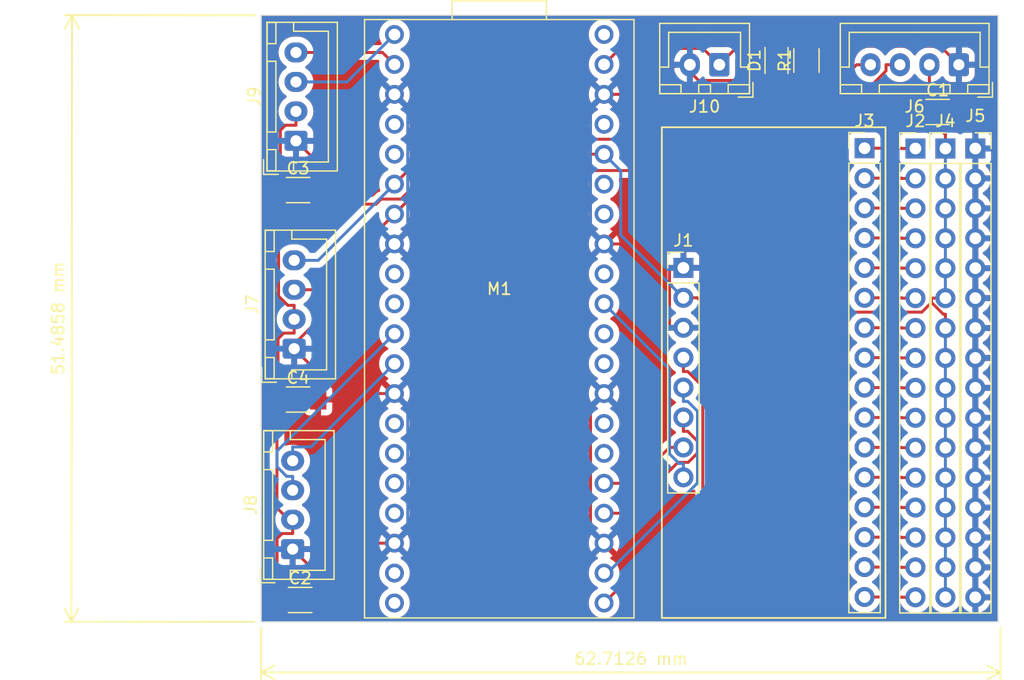
<source format=kicad_pcb>
(kicad_pcb (version 20221018) (generator pcbnew)
  (layers (0 "F.Cu" signal) (31 "B.Cu" signal) (34 "B.Paste" user) (35 "F.Paste" user) (36 "B.SilkS" user "B.Silkscreen") (37 "F.SilkS" user "F.Silkscreen") (38 "B.Mask" user) (39 "F.Mask" user) (44 "Edge.Cuts" user))
  (net 0 "")
  (net 1 "+3.3V")
  (net 2 "GND")
  (net 3 "Net-(D1-K)")
  (net 4 "+5V")
  (net 5 "Net-(J1-Pin_4)")
  (net 6 "Net-(J1-Pin_5)")
  (net 7 "Net-(J1-Pin_6)")
  (net 8 "Net-(J1-Pin_7)")
  (net 9 "Net-(J1-Pin_8)")
  (net 10 "Net-(J2-Pin_1)")
  (net 11 "Net-(J2-Pin_2)")
  (net 12 "Net-(J2-Pin_3)")
  (net 13 "Net-(J2-Pin_4)")
  (net 14 "Net-(J2-Pin_5)")
  (net 15 "Net-(J2-Pin_6)")
  (net 16 "Net-(J2-Pin_7)")
  (net 17 "Net-(J2-Pin_8)")
  (net 18 "Net-(J2-Pin_9)")
  (net 19 "Net-(J2-Pin_10)")
  (net 20 "Net-(J2-Pin_11)")
  (net 21 "Net-(J2-Pin_12)")
  (net 22 "Net-(J2-Pin_13)")
  (net 23 "Net-(J2-Pin_14)")
  (net 24 "Net-(J2-Pin_15)")
  (net 25 "Net-(J2-Pin_16)")
  (net 26 "/SCL")
  (net 27 "/SDA")
  (net 28 "/RF-RxD")
  (net 29 "/RF-TxD")
  (net 30 "/DMX-RxD")
  (net 31 "/DMX-TxD")
  (footprint "fab:C_1206" (layer "F.Cu") (at 636.2428 164.5666)
    (fp_text reference "C1" (at 0 -1.85) (layer "F.SilkS"))
    (fp_text value "100n")
    (pad "1" smd rect (at -1.7 0) (size 1.4 1.7) (layers "F.Cu" "F.Paste" "F.Mask") (net 1 "+3.3V"))
    (pad "2" smd rect (at 1.7 0) (size 1.4 1.7) (layers "F.Cu" "F.Paste" "F.Mask") (net 2 "GND"))
  )
  (footprint "Connector_JST:JST_XH_B4B-XH-A_1x04_P2.50mm_Vertical" (layer "F.Cu") (at 638.048 160.5534 180)
    (fp_text reference "J6" (at 3.75 -3.55) (layer "F.SilkS"))
    (fp_text value "oled")
    (pad "1" thru_hole roundrect (at 0 0 180) (size 1.7 1.95) (drill 0.95) (layers "*.Cu" "*.Mask") (roundrect_rratio 0.147059) (net 2 "GND"))
    (pad "2" thru_hole oval (at 2.5 0 180) (size 1.7 1.95) (drill 0.95) (layers "*.Cu" "*.Mask") (net 1 "+3.3V"))
    (pad "3" thru_hole oval (at 5 0 180) (size 1.7 1.95) (drill 0.95) (layers "*.Cu" "*.Mask") (net 26 "/SCL"))
    (pad "4" thru_hole oval (at 7.5 0 180) (size 1.7 1.95) (drill 0.95) (layers "*.Cu" "*.Mask") (net 27 "/SDA"))
  )
  (footprint "Connector_JST:JST_XH_B4B-XH-A_1x04_P2.50mm_Vertical" (layer "F.Cu") (at 581.533 201.676 90)
    (fp_text reference "J8" (at 3.75 -3.55 90) (layer "F.SilkS"))
    (fp_text value "RF")
    (pad "1" thru_hole roundrect (at 0 0 90) (size 1.7 1.95) (drill 0.95) (layers "*.Cu" "*.Mask") (roundrect_rratio 0.147059) (net 2 "GND"))
    (pad "2" thru_hole oval (at 2.5 0 90) (size 1.7 1.95) (drill 0.95) (layers "*.Cu" "*.Mask") (net 1 "+3.3V"))
    (pad "3" thru_hole oval (at 5 0 90) (size 1.7 1.95) (drill 0.95) (layers "*.Cu" "*.Mask") (net 28 "/RF-RxD"))
    (pad "4" thru_hole oval (at 7.5 0 90) (size 1.7 1.95) (drill 0.95) (layers "*.Cu" "*.Mask") (net 29 "/RF-TxD"))
  )
  (footprint "Connector_JST:JST_XH_B2B-XH-A_1x02_P2.50mm_Vertical" (layer "F.Cu") (at 617.728 160.5534 180)
    (fp_text reference "J10" (at 1.25 -3.55) (layer "F.SilkS"))
    (fp_text value "power")
    (pad "1" thru_hole roundrect (at 0 0 180) (size 1.7 2) (drill 1) (layers "*.Cu" "*.Mask") (roundrect_rratio 0.147059) (net 4 "+5V"))
    (pad "2" thru_hole oval (at 2.5 0 180) (size 1.7 2) (drill 1) (layers "*.Cu" "*.Mask") (net 2 "GND"))
  )
  (footprint "fab:RaspberryPi_PicoW_SocketTHT" (layer "F.Cu") (at 599.059 182.118)
    (fp_text reference "M1" (at 0.0025 -2.54 unlocked) (layer "F.SilkS"))
    (fp_text value "Module_RaspberryPi_PicoW_Combined")
    (pad "1" thru_hole circle (at -8.89 -24.13) (size 1.6 1.6) (drill 1) (layers "*.Cu" "*.Mask") (net 30 "/DMX-RxD"))
    (pad "2" thru_hole circle (at -8.89 -21.59) (size 1.6 1.6) (drill 1) (layers "*.Cu" "*.Mask") (net 31 "/DMX-TxD"))
    (pad "3" thru_hole circle (at -8.89 -19.05) (size 1.6 1.6) (drill 1) (layers "*.Cu" "*.Mask") (net 2 "GND"))
    (pad "4" thru_hole circle (at -8.89 -16.51) (size 1.6 1.6) (drill 1) (layers "*.Cu" "*.Mask"))
    (pad "5" thru_hole circle (at -8.89 -13.97) (size 1.6 1.6) (drill 1) (layers "*.Cu" "*.Mask"))
    (pad "6" thru_hole circle (at -8.89 -11.43) (size 1.6 1.6) (drill 1) (layers "*.Cu" "*.Mask") (net 27 "/SDA"))
    (pad "7" thru_hole circle (at -8.89 -8.89) (size 1.6 1.6) (drill 1) (layers "*.Cu" "*.Mask") (net 26 "/SCL"))
    (pad "8" thru_hole circle (at -8.89 -6.35) (size 1.6 1.6) (drill 1) (layers "*.Cu" "*.Mask") (net 2 "GND"))
    (pad "9" thru_hole circle (at -8.89 -3.81) (size 1.6 1.6) (drill 1) (layers "*.Cu" "*.Mask"))
    (pad "10" thru_hole circle (at -8.89 -1.27) (size 1.6 1.6) (drill 1) (layers "*.Cu" "*.Mask"))
    (pad "11" thru_hole circle (at -8.89 1.27) (size 1.6 1.6) (drill 1) (layers "*.Cu" "*.Mask") (net 28 "/RF-RxD"))
    (pad "12" thru_hole circle (at -8.89 3.81) (size 1.6 1.6) (drill 1) (layers "*.Cu" "*.Mask") (net 29 "/RF-TxD"))
    (pad "13" thru_hole circle (at -8.89 6.35) (size 1.6 1.6) (drill 1) (layers "*.Cu" "*.Mask") (net 2 "GND"))
    (pad "14" thru_hole circle (at -8.89 8.89) (size 1.6 1.6) (drill 1) (layers "*.Cu" "*.Mask"))
    (pad "15" thru_hole circle (at -8.89 11.43) (size 1.6 1.6) (drill 1) (layers "*.Cu" "*.Mask"))
    (pad "16" thru_hole circle (at -8.89 13.97) (size 1.6 1.6) (drill 1) (layers "*.Cu" "*.Mask"))
    (pad "17" thru_hole circle (at -8.89 16.51) (size 1.6 1.6) (drill 1) (layers "*.Cu" "*.Mask"))
    (pad "18" thru_hole circle (at -8.89 19.05) (size 1.6 1.6) (drill 1) (layers "*.Cu" "*.Mask") (net 2 "GND"))
    (pad "19" thru_hole circle (at -8.89 21.59) (size 1.6 1.6) (drill 1) (layers "*.Cu" "*.Mask"))
    (pad "20" thru_hole circle (at -8.89 24.13) (size 1.6 1.6) (drill 1) (layers "*.Cu" "*.Mask"))
    (pad "21" thru_hole circle (at 8.89 24.13) (size 1.6 1.6) (drill 1) (layers "*.Cu" "*.Mask") (net 5 "Net-(J1-Pin_4)"))
    (pad "22" thru_hole circle (at 8.89 21.59) (size 1.6 1.6) (drill 1) (layers "*.Cu" "*.Mask") (net 6 "Net-(J1-Pin_5)"))
    (pad "23" thru_hole circle (at 8.89 19.05) (size 1.6 1.6) (drill 1) (layers "*.Cu" "*.Mask") (net 2 "GND"))
    (pad "24" thru_hole circle (at 8.89 16.51) (size 1.6 1.6) (drill 1) (layers "*.Cu" "*.Mask") (net 7 "Net-(J1-Pin_6)"))
    (pad "25" thru_hole circle (at 8.89 13.97) (size 1.6 1.6) (drill 1) (layers "*.Cu" "*.Mask") (net 8 "Net-(J1-Pin_7)"))
    (pad "26" thru_hole circle (at 8.89 11.43) (size 1.6 1.6) (drill 1) (layers "*.Cu" "*.Mask"))
    (pad "27" thru_hole circle (at 8.89 8.89) (size 1.6 1.6) (drill 1) (layers "*.Cu" "*.Mask"))
    (pad "28" thru_hole circle (at 8.89 6.35) (size 1.6 1.6) (drill 1) (layers "*.Cu" "*.Mask") (net 2 "GND"))
    (pad "29" thru_hole circle (at 8.89 3.81) (size 1.6 1.6) (drill 1) (layers "*.Cu" "*.Mask"))
    (pad "30" thru_hole circle (at 8.89 1.27) (size 1.6 1.6) (drill 1) (layers "*.Cu" "*.Mask"))
    (pad "31" thru_hole circle (at 8.89 -1.27) (size 1.6 1.6) (drill 1) (layers "*.Cu" "*.Mask") (net 9 "Net-(J1-Pin_8)"))
    (pad "32" thru_hole circle (at 8.89 -3.81) (size 1.6 1.6) (drill 1) (layers "*.Cu" "*.Mask"))
    (pad "33" thru_hole circle (at 8.89 -6.35) (size 1.6 1.6) (drill 1) (layers "*.Cu" "*.Mask") (net 2 "GND"))
    (pad "34" thru_hole circle (at 8.89 -8.89) (size 1.6 1.6) (drill 1) (layers "*.Cu" "*.Mask"))
    (pad "35" thru_hole circle (at 8.89 -11.43) (size 1.6 1.6) (drill 1) (layers "*.Cu" "*.Mask"))
    (pad "36" thru_hole circle (at 8.89 -13.97) (size 1.6 1.6) (drill 1) (layers "*.Cu" "*.Mask") (net 1 "+3.3V"))
    (pad "37" thru_hole circle (at 8.89 -16.51) (size 1.6 1.6) (drill 1) (layers "*.Cu" "*.Mask"))
    (pad "38" thru_hole circle (at 8.89 -19.05) (size 1.6 1.6) (drill 1) (layers "*.Cu" "*.Mask") (net 2 "GND"))
    (pad "39" thru_hole circle (at 8.89 -21.59) (size 1.6 1.6) (drill 1) (layers "*.Cu" "*.Mask") (net 4 "+5V"))
    (pad "40" thru_hole circle (at 8.89 -24.13) (size 1.6 1.6) (drill 1) (layers "*.Cu" "*.Mask"))
  )
  (footprint "Connector_PinSocket_2.54mm:PinSocket_1x16_P2.54mm_Vertical" (layer "F.Cu") (at 639.445 167.6654)
    (fp_text reference "J5" (at 0 -2.77) (layer "F.SilkS"))
    (fp_text value "gnd inputs")
    (pad "1" thru_hole rect (at 0 0) (size 1.7 1.7) (drill 1) (layers "*.Cu" "*.Mask") (net 2 "GND"))
    (pad "2" thru_hole oval (at 0 2.54) (size 1.7 1.7) (drill 1) (layers "*.Cu" "*.Mask") (net 2 "GND"))
    (pad "3" thru_hole oval (at 0 5.08) (size 1.7 1.7) (drill 1) (layers "*.Cu" "*.Mask") (net 2 "GND"))
    (pad "4" thru_hole oval (at 0 7.62) (size 1.7 1.7) (drill 1) (layers "*.Cu" "*.Mask") (net 2 "GND"))
    (pad "5" thru_hole oval (at 0 10.16) (size 1.7 1.7) (drill 1) (layers "*.Cu" "*.Mask") (net 2 "GND"))
    (pad "6" thru_hole oval (at 0 12.7) (size 1.7 1.7) (drill 1) (layers "*.Cu" "*.Mask") (net 2 "GND"))
    (pad "7" thru_hole oval (at 0 15.24) (size 1.7 1.7) (drill 1) (layers "*.Cu" "*.Mask") (net 2 "GND"))
    (pad "8" thru_hole oval (at 0 17.78) (size 1.7 1.7) (drill 1) (layers "*.Cu" "*.Mask") (net 2 "GND"))
    (pad "9" thru_hole oval (at 0 20.32) (size 1.7 1.7) (drill 1) (layers "*.Cu" "*.Mask") (net 2 "GND"))
    (pad "10" thru_hole oval (at 0 22.86) (size 1.7 1.7) (drill 1) (layers "*.Cu" "*.Mask") (net 2 "GND"))
    (pad "11" thru_hole oval (at 0 25.4) (size 1.7 1.7) (drill 1) (layers "*.Cu" "*.Mask") (net 2 "GND"))
    (pad "12" thru_hole oval (at 0 27.94) (size 1.7 1.7) (drill 1) (layers "*.Cu" "*.Mask") (net 2 "GND"))
    (pad "13" thru_hole oval (at 0 30.48) (size 1.7 1.7) (drill 1) (layers "*.Cu" "*.Mask") (net 2 "GND"))
    (pad "14" thru_hole oval (at 0 33.02) (size 1.7 1.7) (drill 1) (layers "*.Cu" "*.Mask") (net 2 "GND"))
    (pad "15" thru_hole oval (at 0 35.56) (size 1.7 1.7) (drill 1) (layers "*.Cu" "*.Mask") (net 2 "GND"))
    (pad "16" thru_hole oval (at 0 38.1) (size 1.7 1.7) (drill 1) (layers "*.Cu" "*.Mask") (net 2 "GND"))
  )
  (footprint "fab:R_1206" (layer "F.Cu") (at 625.1194 160.196 90)
    (fp_text reference "R1" (at 0 -1.85 90) (layer "F.SilkS"))
    (fp_text value "330R")
    (pad "1" smd rect (at -1.7 0 90) (size 1.4 1.7) (layers "F.Cu" "F.Paste" "F.Mask") (net 3 "Net-(D1-K)"))
    (pad "2" smd rect (at 1.7 0 90) (size 1.4 1.7) (layers "F.Cu" "F.Paste" "F.Mask") (net 2 "GND"))
  )
  (footprint "Connector_PinHeader_2.54mm:PinHeader_1x16_P2.54mm_Vertical" (layer "F.Cu") (at 634.365 167.6654)
    (fp_text reference "J2" (at 0 -2.33) (layer "F.SilkS"))
    (fp_text value "multiplexer in")
    (pad "1" thru_hole rect (at 0 0) (size 1.7 1.7) (drill 1) (layers "*.Cu" "*.Mask") (net 10 "Net-(J2-Pin_1)"))
    (pad "2" thru_hole oval (at 0 2.54) (size 1.7 1.7) (drill 1) (layers "*.Cu" "*.Mask") (net 11 "Net-(J2-Pin_2)"))
    (pad "3" thru_hole oval (at 0 5.08) (size 1.7 1.7) (drill 1) (layers "*.Cu" "*.Mask") (net 12 "Net-(J2-Pin_3)"))
    (pad "4" thru_hole oval (at 0 7.62) (size 1.7 1.7) (drill 1) (layers "*.Cu" "*.Mask") (net 13 "Net-(J2-Pin_4)"))
    (pad "5" thru_hole oval (at 0 10.16) (size 1.7 1.7) (drill 1) (layers "*.Cu" "*.Mask") (net 14 "Net-(J2-Pin_5)"))
    (pad "6" thru_hole oval (at 0 12.7) (size 1.7 1.7) (drill 1) (layers "*.Cu" "*.Mask") (net 15 "Net-(J2-Pin_6)"))
    (pad "7" thru_hole oval (at 0 15.24) (size 1.7 1.7) (drill 1) (layers "*.Cu" "*.Mask") (net 16 "Net-(J2-Pin_7)"))
    (pad "8" thru_hole oval (at 0 17.78) (size 1.7 1.7) (drill 1) (layers "*.Cu" "*.Mask") (net 17 "Net-(J2-Pin_8)"))
    (pad "9" thru_hole oval (at 0 20.32) (size 1.7 1.7) (drill 1) (layers "*.Cu" "*.Mask") (net 18 "Net-(J2-Pin_9)"))
    (pad "10" thru_hole oval (at 0 22.86) (size 1.7 1.7) (drill 1) (layers "*.Cu" "*.Mask") (net 19 "Net-(J2-Pin_10)"))
    (pad "11" thru_hole oval (at 0 25.4) (size 1.7 1.7) (drill 1) (layers "*.Cu" "*.Mask") (net 20 "Net-(J2-Pin_11)"))
    (pad "12" thru_hole oval (at 0 27.94) (size 1.7 1.7) (drill 1) (layers "*.Cu" "*.Mask") (net 21 "Net-(J2-Pin_12)"))
    (pad "13" thru_hole oval (at 0 30.48) (size 1.7 1.7) (drill 1) (layers "*.Cu" "*.Mask") (net 22 "Net-(J2-Pin_13)"))
    (pad "14" thru_hole oval (at 0 33.02) (size 1.7 1.7) (drill 1) (layers "*.Cu" "*.Mask") (net 23 "Net-(J2-Pin_14)"))
    (pad "15" thru_hole oval (at 0 35.56) (size 1.7 1.7) (drill 1) (layers "*.Cu" "*.Mask") (net 24 "Net-(J2-Pin_15)"))
    (pad "16" thru_hole oval (at 0 38.1) (size 1.7 1.7) (drill 1) (layers "*.Cu" "*.Mask") (net 25 "Net-(J2-Pin_16)"))
  )
  (footprint "Connector_JST:JST_XH_B4B-XH-A_1x04_P2.50mm_Vertical" (layer "F.Cu") (at 581.8124 167.012 90)
    (fp_text reference "J9" (at 3.75 -3.55 90) (layer "F.SilkS"))
    (fp_text value "DMX")
    (pad "1" thru_hole roundrect (at 0 0 90) (size 1.7 1.95) (drill 0.95) (layers "*.Cu" "*.Mask") (roundrect_rratio 0.147059) (net 2 "GND"))
    (pad "2" thru_hole oval (at 2.5 0 90) (size 1.7 1.95) (drill 0.95) (layers "*.Cu" "*.Mask") (net 1 "+3.3V"))
    (pad "3" thru_hole oval (at 5 0 90) (size 1.7 1.95) (drill 0.95) (layers "*.Cu" "*.Mask") (net 30 "/DMX-RxD"))
    (pad "4" thru_hole oval (at 7.5 0 90) (size 1.7 1.95) (drill 0.95) (layers "*.Cu" "*.Mask") (net 31 "/DMX-TxD"))
  )
  (footprint "Connector_PinHeader_2.54mm:PinHeader_1x16_P2.54mm_Vertical" (layer "F.Cu") (at 630.047 167.64)
    (fp_text reference "J3" (at 0 -2.33) (layer "F.SilkS"))
    (fp_text value "inputs")
    (pad "1" thru_hole rect (at 0 0) (size 1.7 1.7) (drill 1) (layers "*.Cu" "*.Mask") (net 10 "Net-(J2-Pin_1)"))
    (pad "2" thru_hole oval (at 0 2.54) (size 1.7 1.7) (drill 1) (layers "*.Cu" "*.Mask") (net 11 "Net-(J2-Pin_2)"))
    (pad "3" thru_hole oval (at 0 5.08) (size 1.7 1.7) (drill 1) (layers "*.Cu" "*.Mask") (net 12 "Net-(J2-Pin_3)"))
    (pad "4" thru_hole oval (at 0 7.62) (size 1.7 1.7) (drill 1) (layers "*.Cu" "*.Mask") (net 13 "Net-(J2-Pin_4)"))
    (pad "5" thru_hole oval (at 0 10.16) (size 1.7 1.7) (drill 1) (layers "*.Cu" "*.Mask") (net 14 "Net-(J2-Pin_5)"))
    (pad "6" thru_hole oval (at 0 12.7) (size 1.7 1.7) (drill 1) (layers "*.Cu" "*.Mask") (net 15 "Net-(J2-Pin_6)"))
    (pad "7" thru_hole oval (at 0 15.24) (size 1.7 1.7) (drill 1) (layers "*.Cu" "*.Mask") (net 16 "Net-(J2-Pin_7)"))
    (pad "8" thru_hole oval (at 0 17.78) (size 1.7 1.7) (drill 1) (layers "*.Cu" "*.Mask") (net 17 "Net-(J2-Pin_8)"))
    (pad "9" thru_hole oval (at 0 20.32) (size 1.7 1.7) (drill 1) (layers "*.Cu" "*.Mask") (net 18 "Net-(J2-Pin_9)"))
    (pad "10" thru_hole oval (at 0 22.86) (size 1.7 1.7) (drill 1) (layers "*.Cu" "*.Mask") (net 19 "Net-(J2-Pin_10)"))
    (pad "11" thru_hole oval (at 0 25.4) (size 1.7 1.7) (drill 1) (layers "*.Cu" "*.Mask") (net 20 "Net-(J2-Pin_11)"))
    (pad "12" thru_hole oval (at 0 27.94) (size 1.7 1.7) (drill 1) (layers "*.Cu" "*.Mask") (net 21 "Net-(J2-Pin_12)"))
    (pad "13" thru_hole oval (at 0 30.48) (size 1.7 1.7) (drill 1) (layers "*.Cu" "*.Mask") (net 22 "Net-(J2-Pin_13)"))
    (pad "14" thru_hole oval (at 0 33.02) (size 1.7 1.7) (drill 1) (layers "*.Cu" "*.Mask") (net 23 "Net-(J2-Pin_14)"))
    (pad "15" thru_hole oval (at 0 35.56) (size 1.7 1.7) (drill 1) (layers "*.Cu" "*.Mask") (net 24 "Net-(J2-Pin_15)"))
    (pad "16" thru_hole oval (at 0 38.1) (size 1.7 1.7) (drill 1) (layers "*.Cu" "*.Mask") (net 25 "Net-(J2-Pin_16)"))
  )
  (footprint "Connector_JST:JST_XH_B4B-XH-A_1x04_P2.50mm_Vertical" (layer "F.Cu") (at 581.66 184.658 90)
    (fp_text reference "J7" (at 3.75 -3.55 90) (layer "F.SilkS"))
    (fp_text value "nunchuck")
    (pad "1" thru_hole roundrect (at 0 0 90) (size 1.7 1.95) (drill 0.95) (layers "*.Cu" "*.Mask") (roundrect_rratio 0.147059) (net 2 "GND"))
    (pad "2" thru_hole oval (at 2.5 0 90) (size 1.7 1.95) (drill 0.95) (layers "*.Cu" "*.Mask") (net 1 "+3.3V"))
    (pad "3" thru_hole oval (at 5 0 90) (size 1.7 1.95) (drill 0.95) (layers "*.Cu" "*.Mask") (net 26 "/SCL"))
    (pad "4" thru_hole oval (at 7.5 0 90) (size 1.7 1.95) (drill 0.95) (layers "*.Cu" "*.Mask") (net 27 "/SDA"))
  )
  (footprint "fab:LED_1206" (layer "F.Cu") (at 622.554 160.196 90)
    (fp_text reference "D1" (at 0 -1.85 90) (layer "F.SilkS"))
    (fp_text value "LED")
    (pad "1" smd rect (at -1.7 0 90) (size 1.4 1.7) (layers "F.Cu" "F.Paste" "F.Mask") (net 3 "Net-(D1-K)"))
    (pad "2" smd rect (at 1.7 0 90) (size 1.4 1.7) (layers "F.Cu" "F.Paste" "F.Mask") (net 4 "+5V"))
  )
  (footprint "fab:C_1206" (layer "F.Cu") (at 581.992 171.196)
    (fp_text reference "C3" (at 0 -1.85) (layer "F.SilkS"))
    (fp_text value "100n")
    (pad "1" smd rect (at -1.7 0) (size 1.4 1.7) (layers "F.Cu" "F.Paste" "F.Mask") (net 1 "+3.3V"))
    (pad "2" smd rect (at 1.7 0) (size 1.4 1.7) (layers "F.Cu" "F.Paste" "F.Mask") (net 2 "GND"))
  )
  (footprint "fab:C_1206" (layer "F.Cu") (at 582.168 205.994)
    (fp_text reference "C2" (at 0 -1.85) (layer "F.SilkS"))
    (fp_text value "100n")
    (pad "1" smd rect (at -1.7 0) (size 1.4 1.7) (layers "F.Cu" "F.Paste" "F.Mask") (net 1 "+3.3V"))
    (pad "2" smd rect (at 1.7 0) (size 1.4 1.7) (layers "F.Cu" "F.Paste" "F.Mask") (net 2 "GND"))
  )
  (footprint "fab:C_1206" (layer "F.Cu") (at 581.992 188.976)
    (fp_text reference "C4" (at 0 -1.85) (layer "F.SilkS"))
    (fp_text value "100n")
    (pad "1" smd rect (at -1.7 0) (size 1.4 1.7) (layers "F.Cu" "F.Paste" "F.Mask") (net 1 "+3.3V"))
    (pad "2" smd rect (at 1.7 0) (size 1.4 1.7) (layers "F.Cu" "F.Paste" "F.Mask") (net 2 "GND"))
  )
  (footprint "Connector_PinHeader_2.54mm:PinHeader_1x16_P2.54mm_Vertical" (layer "F.Cu") (at 636.905 167.6654)
    (fp_text reference "J4" (at 0 -2.33) (layer "F.SilkS"))
    (fp_text value "vcc inputs")
    (pad "1" thru_hole rect (at 0 0) (size 1.7 1.7) (drill 1) (layers "*.Cu" "*.Mask") (net 1 "+3.3V"))
    (pad "2" thru_hole oval (at 0 2.54) (size 1.7 1.7) (drill 1) (layers "*.Cu" "*.Mask") (net 1 "+3.3V"))
    (pad "3" thru_hole oval (at 0 5.08) (size 1.7 1.7) (drill 1) (layers "*.Cu" "*.Mask") (net 1 "+3.3V"))
    (pad "4" thru_hole oval (at 0 7.62) (size 1.7 1.7) (drill 1) (layers "*.Cu" "*.Mask") (net 1 "+3.3V"))
    (pad "5" thru_hole oval (at 0 10.16) (size 1.7 1.7) (drill 1) (layers "*.Cu" "*.Mask") (net 1 "+3.3V"))
    (pad "6" thru_hole oval (at 0 12.7) (size 1.7 1.7) (drill 1) (layers "*.Cu" "*.Mask") (net 1 "+3.3V"))
    (pad "7" thru_hole oval (at 0 15.24) (size 1.7 1.7) (drill 1) (layers "*.Cu" "*.Mask") (net 1 "+3.3V"))
    (pad "8" thru_hole oval (at 0 17.78) (size 1.7 1.7) (drill 1) (layers "*.Cu" "*.Mask") (net 1 "+3.3V"))
    (pad "9" thru_hole oval (at 0 20.32) (size 1.7 1.7) (drill 1) (layers "*.Cu" "*.Mask") (net 1 "+3.3V"))
    (pad "10" thru_hole oval (at 0 22.86) (size 1.7 1.7) (drill 1) (layers "*.Cu" "*.Mask") (net 1 "+3.3V"))
    (pad "11" thru_hole oval (at 0 25.4) (size 1.7 1.7) (drill 1) (layers "*.Cu" "*.Mask") (net 1 "+3.3V"))
    (pad "12" thru_hole oval (at 0 27.94) (size 1.7 1.7) (drill 1) (layers "*.Cu" "*.Mask") (net 1 "+3.3V"))
    (pad "13" thru_hole oval (at 0 30.48) (size 1.7 1.7) (drill 1) (layers "*.Cu" "*.Mask") (net 1 "+3.3V"))
    (pad "14" thru_hole oval (at 0 33.02) (size 1.7 1.7) (drill 1) (layers "*.Cu" "*.Mask") (net 1 "+3.3V"))
    (pad "15" thru_hole oval (at 0 35.56) (size 1.7 1.7) (drill 1) (layers "*.Cu" "*.Mask") (net 1 "+3.3V"))
    (pad "16" thru_hole oval (at 0 38.1) (size 1.7 1.7) (drill 1) (layers "*.Cu" "*.Mask") (net 1 "+3.3V"))
  )
  (footprint "Connector_PinHeader_2.54mm:PinHeader_1x08_P2.54mm_Vertical" (layer "F.Cu") (at 614.68 177.8)
    (fp_text reference "J1" (at 0 -2.33) (layer "F.SilkS"))
    (fp_text value "multiplexer control")
    (pad "1" thru_hole rect (at 0 0) (size 1.7 1.7) (drill 1) (layers "*.Cu" "*.Mask") (net 2 "GND"))
    (pad "2" thru_hole oval (at 0 2.54) (size 1.7 1.7) (drill 1) (layers "*.Cu" "*.Mask") (net 1 "+3.3V"))
    (pad "3" thru_hole oval (at 0 5.08) (size 1.7 1.7) (drill 1) (layers "*.Cu" "*.Mask") (net 2 "GND"))
    (pad "4" thru_hole oval (at 0 7.62) (size 1.7 1.7) (drill 1) (layers "*.Cu" "*.Mask") (net 5 "Net-(J1-Pin_4)"))
    (pad "5" thru_hole oval (at 0 10.16) (size 1.7 1.7) (drill 1) (layers "*.Cu" "*.Mask") (net 6 "Net-(J1-Pin_5)"))
    (pad "6" thru_hole oval (at 0 12.7) (size 1.7 1.7) (drill 1) (layers "*.Cu" "*.Mask") (net 7 "Net-(J1-Pin_6)"))
    (pad "7" thru_hole oval (at 0 15.24) (size 1.7 1.7) (drill 1) (layers "*.Cu" "*.Mask") (net 8 "Net-(J1-Pin_7)"))
    (pad "8" thru_hole oval (at 0 17.78) (size 1.7 1.7) (drill 1) (layers "*.Cu" "*.Mask") (net 9 "Net-(J1-Pin_8)"))
  )
  (gr_rect (start 612.8512 165.862) (end 631.825 207.518) (stroke (width 0.15)) (fill none) (layer "F.SilkS"))
  (gr_rect (start 578.866 156.3624) (end 641.3754 207.8482) (stroke (width 0.1)) (fill none) (layer "Edge.Cuts"))
  (dimension (type aligned) (layer "F.SilkS") (pts (xy 578.866 207.8482) (xy 641.5786 207.8482)) (height 4.2926) (gr_text "62.7126 mm" (at 610.2223 210.9908) (layer "F.SilkS") (effects (font (size 1 1) (thickness 0.15)))) (format (prefix "") (suffix "") (units 3) (units_format 1) (precision 4)) (style (thickness 0.15) (arrow_length 1.27) (text_position_mode 0) (extension_height 0.58642) (extension_offset 0.5) keep_text_aligned))
  (dimension (type aligned) (layer "F.SilkS") (pts (xy 578.866 156.3624) (xy 578.8152 207.8482)) (height 16.050424) (gr_text "51.4858 mm" (at 561.640185 182.088328 89.94346743) (layer "F.SilkS") (effects (font (size 1 1) (thickness 0.15)))) (format (prefix "") (suffix "") (units 3) (units_format 1) (precision 4)) (style (thickness 0.15) (arrow_length 1.27) (text_position_mode 0) (extension_height 0.58642) (extension_offset 0.5) keep_text_aligned))
  (segment (start 635.7281 180.7332) (end 634.9061 181.5552) (width 0.25) (layer "F.Cu") (net 1))
  (segment (start 580.7773 183.3349) (end 580.292 183.8202) (width 0.25) (layer "F.Cu") (net 1))
  (segment (start 580.4888 171.1738) (end 580.4888 166.1177) (width 0.25) (layer "F.Cu") (net 1))
  (segment (start 635.548 164.0749) (end 635.548 160.5534) (width 0.25) (layer "F.Cu") (net 1))
  (segment (start 636.905 180.3654) (end 635.7281 180.3654) (width 0.25) (layer "F.Cu") (net 1))
  (segment (start 580.5142 171.196) (end 580.511 171.196) (width 0.25) (layer "F.Cu") (net 1))
  (segment (start 580.3354 180.1926) (end 581.1239 180.9811) (width 0.25) (layer "F.Cu") (net 1))
  (segment (start 581.1239 180.9811) (end 581.66 180.9811) (width 0.25) (layer "F.Cu") (net 1))
  (segment (start 580.511 171.196) (end 580.4888 171.1738) (width 0.25) (layer "F.Cu") (net 1))
  (segment (start 590.7243 171.958) (end 589.0436 171.958) (width 0.25) (layer "F.Cu") (net 1))
  (segment (start 580.468 205.994) (end 580.468 204.8171) (width 0.25) (layer "F.Cu") (net 1))
  (segment (start 580.292 183.8202) (end 580.292 188.976) (width 0.25) (layer "F.Cu") (net 1))
  (segment (start 581.533 199.5153) (end 581.533 200.3529) (width 0.25) (layer "F.Cu") (net 1))
  (segment (start 580.2002 198.1825) (end 580.2002 190.2447) (width 0.25) (layer "F.Cu") (net 1))
  (segment (start 635.5697 165.1532) (end 636.905 166.4885) (width 0.25) (layer "F.Cu") (net 1))
  (segment (start 635.0563 164.5666) (end 635.548 164.0749) (width 0.25) (layer "F.Cu") (net 1))
  (segment (start 635.7281 180.3654) (end 635.7281 180.7332) (width 0.25) (layer "F.Cu") (net 1))
  (segment (start 580.292 171.196) (end 580.511 171.196) (width 0.25) (layer "F.Cu") (net 1))
  (segment (start 594.5343 168.148) (end 590.7243 171.958) (width 0.25) (layer "F.Cu") (net 1))
  (segment (start 580.3354 174.5647) (end 580.3354 180.1926) (width 0.25) (layer "F.Cu") (net 1))
  (segment (start 635.0563 164.5666) (end 635.5697 164.5666) (width 0.25) (layer "F.Cu") (net 1))
  (segment (start 580.5142 171.196) (end 581.3189 171.196) (width 0.25) (layer "F.Cu") (net 1))
  (segment (start 617.0721 181.5552) (end 615.8569 180.34) (width 0.25) (layer "F.Cu") (net 1))
  (segment (start 634.9061 181.5552) (end 617.0721 181.5552) (width 0.25) (layer "F.Cu") (net 1))
  (segment (start 581.66 183.3349) (end 580.7773 183.3349) (width 0.25) (layer "F.Cu") (net 1))
  (segment (start 614.68 180.34) (end 615.8569 180.34) (width 0.25) (layer "F.Cu") (net 1))
  (segment (start 580.2002 190.2447) (end 580.292 190.1529) (width 0.25) (layer "F.Cu") (net 1))
  (segment (start 581.533 199.5153) (end 580.2002 198.1825) (width 0.25) (layer "F.Cu") (net 1))
  (segment (start 582.5115 172.3886) (end 580.3354 174.5647) (width 0.25) (layer "F.Cu") (net 1))
  (segment (start 635.7281 180.7332) (end 636.7234 181.7285) (width 0.25) (layer "F.Cu") (net 1))
  (segment (start 580.2094 200.7817) (end 580.6382 200.3529) (width 0.25) (layer "F.Cu") (net 1))
  (segment (start 580.9176 165.6889) (end 581.8124 165.6889) (width 0.25) (layer "F.Cu") (net 1))
  (segment (start 581.66 182.158) (end 581.66 180.9811) (width 0.25) (layer "F.Cu") (net 1))
  (segment (start 580.4888 166.1177) (end 580.9176 165.6889) (width 0.25) (layer "F.Cu") (net 1))
  (segment (start 580.468 204.8171) (end 580.2094 204.5585) (width 0.25) (layer "F.Cu") (net 1))
  (segment (start 589.0436 171.958) (end 588.613 172.3886) (width 0.25) (layer "F.Cu") (net 1))
  (segment (start 580.6382 200.3529) (end 581.533 200.3529) (width 0.25) (layer "F.Cu") (net 1))
  (segment (start 636.905 182.9054) (end 636.905 181.7285) (width 0.25) (layer "F.Cu") (net 1))
  (segment (start 635.5697 164.5666) (end 635.5697 165.1532) (width 0.25) (layer "F.Cu") (net 1))
  (segment (start 582.5115 172.3886) (end 581.3189 171.196) (width 0.25) (layer "F.Cu") (net 1))
  (segment (start 636.7234 181.7285) (end 636.905 181.7285) (width 0.25) (layer "F.Cu") (net 1))
  (segment (start 634.5428 164.5666) (end 635.0563 164.5666) (width 0.25) (layer "F.Cu") (net 1))
  (segment (start 607.949 168.148) (end 594.5343 168.148) (width 0.25) (layer "F.Cu") (net 1))
  (segment (start 581.66 182.158) (end 581.66 183.3349) (width 0.25) (layer "F.Cu") (net 1))
  (segment (start 580.2094 204.5585) (end 580.2094 200.7817) (width 0.25) (layer "F.Cu") (net 1))
  (segment (start 581.533 199.176) (end 581.533 199.5153) (width 0.25) (layer "F.Cu") (net 1))
  (segment (start 588.613 172.3886) (end 582.5115 172.3886) (width 0.25) (layer "F.Cu") (net 1))
  (segment (start 580.292 188.976) (end 580.292 190.1529) (width 0.25) (layer "F.Cu") (net 1))
  (segment (start 581.8124 164.512) (end 581.8124 165.6889) (width 0.25) (layer "F.Cu") (net 1))
  (segment (start 636.905 167.6654) (end 636.905 166.4885) (width 0.25) (layer "F.Cu") (net 1))
  (segment (start 636.905 195.6054) (end 636.905 193.0654) (width 0.25) (layer "B.Cu") (net 1))
  (segment (start 636.905 193.0654) (end 636.905 190.5254) (width 0.25) (layer "B.Cu") (net 1))
  (segment (start 636.905 180.3654) (end 636.905 177.8254) (width 0.25) (layer "B.Cu") (net 1))
  (segment (start 636.905 200.6854) (end 636.905 198.1454) (width 0.25) (layer "B.Cu") (net 1))
  (segment (start 609.3636 169.5626) (end 607.949 168.148) (width 0.25) (layer "B.Cu") (net 1))
  (segment (start 636.905 198.1454) (end 636.905 195.6054) (width 0.25) (layer "B.Cu") (net 1))
  (segment (start 636.905 177.8254) (end 636.905 175.2854) (width 0.25) (layer "B.Cu") (net 1))
  (segment (start 636.905 170.2054) (end 636.905 167.6654) (width 0.25) (layer "B.Cu") (net 1))
  (segment (start 636.905 190.5254) (end 636.905 187.9854) (width 0.25) (layer "B.Cu") (net 1))
  (segment (start 636.905 175.2854) (end 636.905 172.7454) (width 0.25) (layer "B.Cu") (net 1))
  (segment (start 636.905 185.4454) (end 636.905 182.9054) (width 0.25) (layer "B.Cu") (net 1))
  (segment (start 636.905 203.2254) (end 636.905 200.6854) (width 0.25) (layer "B.Cu") (net 1))
  (segment (start 614.68 180.34) (end 609.3636 175.0236) (width 0.25) (layer "B.Cu") (net 1))
  (segment (start 636.905 187.9854) (end 636.905 185.4454) (width 0.25) (layer "B.Cu") (net 1))
  (segment (start 636.905 172.7454) (end 636.905 170.2054) (width 0.25) (layer "B.Cu") (net 1))
  (segment (start 636.905 205.7654) (end 636.905 203.2254) (width 0.25) (layer "B.Cu") (net 1))
  (segment (start 609.3636 175.0236) (end 609.3636 169.5626) (width 0.25) (layer "B.Cu") (net 1))
  (segment (start 585.2269 188.468) (end 584.7189 188.976) (width 0.25) (layer "F.Cu") (net 2))
  (segment (start 586.711 201.168) (end 590.169 201.168) (width 0.25) (layer "F.Cu") (net 2))
  (segment (start 639.445 165.0419) (end 638.9697 164.5666) (width 0.25) (layer "F.Cu") (net 2))
  (segment (start 637.9428 164.5666) (end 638.9697 164.5666) (width 0.25) (layer "F.Cu") (net 2))
  (segment (start 614.68 182.88) (end 613.5031 182.88) (width 0.25) (layer "F.Cu") (net 2))
  (segment (start 638.048 163.2845) (end 638.048 160.5534) (width 0.25) (layer "F.Cu") (net 2))
  (segment (start 615.975 161.8888) (end 619.1233 161.8888) (width 0.25) (layer "F.Cu") (net 2))
  (segment (start 613.5031 177.8015) (end 613.5031 182.88) (width 0.25) (layer "F.Cu") (net 2))
  (segment (start 585.2269 188.468) (end 585.2269 188.2249) (width 0.25) (layer "F.Cu") (net 2))
  (segment (start 625.1194 158.496) (end 625.1194 158.9871) (width 0.25) (layer "F.Cu") (net 2))
  (segment (start 583.692 171.196) (end 583.692 168.8916) (width 0.25) (layer "F.Cu") (net 2))
  (segment (start 613.5031 182.88) (end 613.5031 182.9139) (width 0.25) (layer "F.Cu") (net 2))
  (segment (start 590.169 188.468) (end 585.2269 188.468) (width 0.25) (layer "F.Cu") (net 2))
  (segment (start 583.692 168.8916) (end 581.8124 167.012) (width 0.25) (layer "F.Cu") (net 2))
  (segment (start 606.7996 200.0186) (end 607.949 201.168) (width 0.25) (layer "F.Cu") (net 2))
  (segment (start 614.6396 160.5534) (end 615.975 161.8888) (width 0.25) (layer "F.Cu") (net 2))
  (segment (start 613.5031 182.9139) (end 607.949 188.468) (width 0.25) (layer "F.Cu") (net 2))
  (segment (start 584.3454 168.8916) (end 583.692 168.8916) (width 0.25) (layer "F.Cu") (net 2))
  (segment (start 619.1233 161.8888) (end 621.4892 159.5229) (width 0.25) (layer "F.Cu") (net 2))
  (segment (start 625.1194 158.9871) (end 636.4817 158.9871) (width 0.25) (layer "F.Cu") (net 2))
  (segment (start 636.4817 158.9871) (end 638.048 160.5534) (width 0.25) (layer "F.Cu") (net 2))
  (segment (start 613.5046 177.8) (end 613.5031 177.8) (width 0.25) (layer "F.Cu") (net 2))
  (segment (start 583.692 188.976) (end 584.7189 188.976) (width 0.25) (layer "F.Cu") (net 2))
  (segment (start 614.68 177.8) (end 613.6165 177.8) (width 0.25) (layer "F.Cu") (net 2))
  (segment (start 613.5031 177.8) (end 611.4711 175.768) (width 0.25) (layer "F.Cu") (net 2))
  (segment (start 583.868 205.994) (end 583.868 204.011) (width 0.25) (layer "F.Cu") (net 2))
  (segment (start 615.228 160.5534) (end 614.6396 160.5534) (width 0.25) (layer "F.Cu") (net 2))
  (segment (start 606.7996 189.6174) (end 606.7996 200.0186) (width 0.25) (layer "F.Cu") (net 2))
  (segment (start 590.169 175.768) (end 581.66 184.277) (width 0.25) (layer "F.Cu") (net 2))
  (segment (start 614.6396 160.5534) (end 614.0511 160.5534) (width 0.25) (layer "F.Cu") (net 2))
  (segment (start 581.66 184.277) (end 581.66 184.658) (width 0.25) (layer "F.Cu") (net 2))
  (segment (start 625.1194 158.9871) (end 625.1194 159.5229) (width 0.25) (layer "F.Cu") (net 2))
  (segment (start 611.4711 175.768) (end 607.949 175.768) (width 0.25) (layer "F.Cu") (net 2))
  (segment (start 590.169 163.068) (end 584.3454 168.8916) (width 0.25) (layer "F.Cu") (net 2))
  (segment (start 611.5365 163.068) (end 607.949 163.068) (width 0.25) (layer "F.Cu") (net 2))
  (segment (start 637.9428 163.3897) (end 638.048 163.2845) (width 0.25) (layer "F.Cu") (net 2))
  (segment (start 607.949 188.468) (end 606.7996 189.6174) (width 0.25) (layer "F.Cu") (net 2))
  (segment (start 621.4892 159.5229) (end 625.1194 159.5229) (width 0.25) (layer "F.Cu") (net 2))
  (segment (start 613.5046 177.8) (end 613.5031 177.8015) (width 0.25) (layer "F.Cu") (net 2))
  (segment (start 639.445 167.6654) (end 639.445 165.0419) (width 0.25) (layer "F.Cu") (net 2))
  (segment (start 583.868 204.011) (end 581.533 201.676) (width 0.25) (layer "F.Cu") (net 2))
  (segment (start 613.6165 177.8) (end 613.5046 177.8) (width 0.25) (layer "F.Cu") (net 2))
  (segment (start 637.9428 164.5666) (end 637.9428 163.3897) (width 0.25) (layer "F.Cu") (net 2))
  (segment (start 583.868 204.011) (end 586.711 201.168) (width 0.25) (layer "F.Cu") (net 2))
  (segment (start 614.0511 160.5534) (end 611.5365 163.068) (width 0.25) (layer "F.Cu") (net 2))
  (segment (start 585.2269 188.2249) (end 581.66 184.658) (width 0.25) (layer "F.Cu") (net 2))
  (segment (start 591.2959 189.5949) (end 591.2959 200.0411) (width 0.25) (layer "B.Cu") (net 2))
  (segment (start 591.2959 164.1949) (end 590.169 163.068) (width 0.25) (layer "B.Cu") (net 2))
  (segment (start 639.445 170.2054) (end 639.445 167.6654) (width 0.25) (layer "B.Cu") (net 2))
  (segment (start 606.7996 174.6186) (end 607.949 175.768) (width 0.25) (layer "B.Cu") (net 2))
  (segment (start 639.445 200.6854) (end 639.445 198.1454) (width 0.25) (layer "B.Cu") (net 2))
  (segment (start 639.445 190.5254) (end 639.445 187.9854) (width 0.25) (layer "B.Cu") (net 2))
  (segment (start 606.7996 164.2174) (end 606.7996 165.4845) (width 0.25) (layer "B.Cu") (net 2))
  (segment (start 606.7996 165.4845) (end 606.7996 174.6186) (width 0.25) (layer "B.Cu") (net 2))
  (segment (start 639.445 193.0654) (end 639.445 190.5254) (width 0.25) (layer "B.Cu") (net 2))
  (segment (start 591.2959 165.4845) (end 591.2959 164.1949) (width 0.25) (layer "B.Cu") (net 2))
  (segment (start 639.445 195.6054) (end 639.445 193.0654) (width 0.25) (layer "B.Cu") (net 2))
  (segment (start 639.445 205.7654) (end 639.445 203.2254) (width 0.25) (layer "B.Cu") (net 2))
  (segment (start 639.445 175.2854) (end 639.445 172.7454) (width 0.25) (layer "B.Cu") (net 2))
  (segment (start 591.2959 174.6411) (end 591.2959 165.4845) (width 0.25) (layer "B.Cu") (net 2))
  (segment (start 639.445 182.9054) (end 639.445 180.3654) (width 0.25) (layer "B.Cu") (net 2))
  (segment (start 639.445 203.2254) (end 639.445 200.6854) (width 0.25) (layer "B.Cu") (net 2))
  (segment (start 590.169 175.768) (end 591.2959 174.6411) (width 0.25) (layer "B.Cu") (net 2))
  (segment (start 591.2959 200.0411) (end 590.169 201.168) (width 0.25) (layer "B.Cu") (net 2))
  (segment (start 639.445 172.7454) (end 639.445 170.2054) (width 0.25) (layer "B.Cu") (net 2))
  (segment (start 639.445 185.4454) (end 639.445 182.9054) (width 0.25) (layer "B.Cu") (net 2))
  (segment (start 590.169 188.468) (end 591.2959 189.5949) (width 0.25) (layer "B.Cu") (net 2))
  (segment (start 639.445 180.3654) (end 639.445 177.8254) (width 0.25) (layer "B.Cu") (net 2))
  (segment (start 607.949 163.068) (end 606.7996 164.2174) (width 0.25) (layer "B.Cu") (net 2))
  (segment (start 591.2959 165.4845) (end 606.7996 165.4845) (width 0.25) (layer "B.Cu") (net 2))
  (segment (start 639.445 177.8254) (end 639.445 175.2854) (width 0.25) (layer "B.Cu") (net 2))
  (segment (start 639.445 187.9854) (end 639.445 185.4454) (width 0.25) (layer "B.Cu") (net 2))
  (segment (start 639.445 198.1454) (end 639.445 195.6054) (width 0.25) (layer "B.Cu") (net 2))
  (segment (start 622.554 161.896) (end 625.1194 161.896) (width 0.25) (layer "F.Cu") (net 3))
  (segment (start 617.728 160.5534) (end 616.3453 159.1707) (width 0.25) (layer "F.Cu") (net 4))
  (segment (start 617.728 160.5534) (end 619.7854 158.496) (width 0.25) (layer "F.Cu") (net 4))
  (segment (start 609.3063 159.1707) (end 607.949 160.528) (width 0.25) (layer "F.Cu") (net 4))
  (segment (start 619.7854 158.496) (end 622.554 158.496) (width 0.25) (layer "F.Cu") (net 4))
  (segment (start 616.3453 159.1707) (end 609.3063 159.1707) (width 0.25) (layer "F.Cu") (net 4))
  (segment (start 614.68 186.5969) (end 615.0478 186.5969) (width 0.25) (layer "F.Cu") (net 5))
  (segment (start 616.3234 187.8725) (end 616.3234 197.8736) (width 0.25) (layer "F.Cu") (net 5))
  (segment (start 615.0478 186.5969) (end 616.3234 187.8725) (width 0.25) (layer "F.Cu") (net 5))
  (segment (start 616.3234 197.8736) (end 607.949 206.248) (width 0.25) (layer "F.Cu") (net 5))
  (segment (start 614.68 185.42) (end 614.68 186.5969) (width 0.25) (layer "F.Cu") (net 5))
  (segment (start 615.8742 189.9633) (end 615.8742 196.0658) (width 0.25) (layer "B.Cu") (net 6))
  (segment (start 615.8742 196.0658) (end 608.232 203.708) (width 0.25) (layer "B.Cu") (net 6))
  (segment (start 615.0478 189.1369) (end 615.8742 189.9633) (width 0.25) (layer "B.Cu") (net 6))
  (segment (start 614.68 189.1369) (end 615.0478 189.1369) (width 0.25) (layer "B.Cu") (net 6))
  (segment (start 608.232 203.708) (end 607.949 203.708) (width 0.25) (layer "B.Cu") (net 6))
  (segment (start 614.68 187.96) (end 614.68 189.1369) (width 0.25) (layer "B.Cu") (net 6))
  (segment (start 615.0871 194.31) (end 614.2157 194.31) (width 0.25) (layer "F.Cu") (net 7))
  (segment (start 615.0478 191.6769) (end 615.8662 192.4953) (width 0.25) (layer "F.Cu") (net 7))
  (segment (start 609.8977 198.628) (end 607.949 198.628) (width 0.25) (layer "F.Cu") (net 7))
  (segment (start 614.68 190.5) (end 614.68 191.6769) (width 0.25) (layer "F.Cu") (net 7))
  (segment (start 614.2157 194.31) (end 609.8977 198.628) (width 0.25) (layer "F.Cu") (net 7))
  (segment (start 614.68 191.6769) (end 615.0478 191.6769) (width 0.25) (layer "F.Cu") (net 7))
  (segment (start 615.8662 193.5309) (end 615.0871 194.31) (width 0.25) (layer "F.Cu") (net 7))
  (segment (start 615.8662 192.4953) (end 615.8662 193.5309) (width 0.25) (layer "F.Cu") (net 7))
  (segment (start 614.68 193.04) (end 613.5031 193.04) (width 0.25) (layer "F.Cu") (net 8))
  (segment (start 610.4551 196.088) (end 607.949 196.088) (width 0.25) (layer "F.Cu") (net 8))
  (segment (start 613.5031 193.04) (end 610.4551 196.088) (width 0.25) (layer "F.Cu") (net 8))
  (segment (start 614.3121 194.4031) (end 613.5031 193.5941) (width 0.25) (layer "B.Cu") (net 9))
  (segment (start 614.68 194.4031) (end 614.3121 194.4031) (width 0.25) (layer "B.Cu") (net 9))
  (segment (start 613.5031 193.5941) (end 613.5031 186.4021) (width 0.25) (layer "B.Cu") (net 9))
  (segment (start 614.68 195.58) (end 614.68 194.4031) (width 0.25) (layer "B.Cu") (net 9))
  (segment (start 613.5031 186.4021) (end 607.949 180.848) (width 0.25) (layer "B.Cu") (net 9))
  (segment (start 630.047 167.64) (end 633.1627 167.64) (width 0.25) (layer "F.Cu") (net 10))
  (segment (start 634.365 167.6654) (end 633.1881 167.6654) (width 0.25) (layer "F.Cu") (net 10))
  (segment (start 633.1627 167.64) (end 633.1881 167.6654) (width 0.25) (layer "F.Cu") (net 10))
  (segment (start 634.365 170.2054) (end 633.1881 170.2054) (width 0.25) (layer "F.Cu") (net 11))
  (segment (start 633.1627 170.18) (end 633.1881 170.2054) (width 0.25) (layer "F.Cu") (net 11))
  (segment (start 630.047 170.18) (end 633.1627 170.18) (width 0.25) (layer "F.Cu") (net 11))
  (segment (start 634.365 172.7454) (end 633.1881 172.7454) (width 0.25) (layer "F.Cu") (net 12))
  (segment (start 630.047 172.72) (end 633.1627 172.72) (width 0.25) (layer "F.Cu") (net 12))
  (segment (start 633.1627 172.72) (end 633.1881 172.7454) (width 0.25) (layer "F.Cu") (net 12))
  (segment (start 634.365 175.2854) (end 633.1881 175.2854) (width 0.25) (layer "F.Cu") (net 13))
  (segment (start 633.1627 175.26) (end 633.1881 175.2854) (width 0.25) (layer "F.Cu") (net 13))
  (segment (start 630.047 175.26) (end 633.1627 175.26) (width 0.25) (layer "F.Cu") (net 13))
  (segment (start 633.1627 177.8) (end 633.1881 177.8254) (width 0.25) (layer "F.Cu") (net 14))
  (segment (start 630.047 177.8) (end 633.1627 177.8) (width 0.25) (layer "F.Cu") (net 14))
  (segment (start 634.365 177.8254) (end 633.1881 177.8254) (width 0.25) (layer "F.Cu") (net 14))
  (segment (start 633.1627 180.34) (end 633.1881 180.3654) (width 0.25) (layer "F.Cu") (net 15))
  (segment (start 630.047 180.34) (end 633.1627 180.34) (width 0.25) (layer "F.Cu") (net 15))
  (segment (start 634.365 180.3654) (end 633.1881 180.3654) (width 0.25) (layer "F.Cu") (net 15))
  (segment (start 634.365 182.9054) (end 633.1881 182.9054) (width 0.25) (layer "F.Cu") (net 16))
  (segment (start 630.047 182.88) (end 633.1627 182.88) (width 0.25) (layer "F.Cu") (net 16))
  (segment (start 633.1627 182.88) (end 633.1881 182.9054) (width 0.25) (layer "F.Cu") (net 16))
  (segment (start 633.1627 185.42) (end 633.1881 185.4454) (width 0.25) (layer "F.Cu") (net 17))
  (segment (start 634.365 185.4454) (end 633.1881 185.4454) (width 0.25) (layer "F.Cu") (net 17))
  (segment (start 630.047 185.42) (end 633.1627 185.42) (width 0.25) (layer "F.Cu") (net 17))
  (segment (start 634.365 187.9854) (end 633.1881 187.9854) (width 0.25) (layer "F.Cu") (net 18))
  (segment (start 630.047 187.96) (end 633.1627 187.96) (width 0.25) (layer "F.Cu") (net 18))
  (segment (start 633.1627 187.96) (end 633.1881 187.9854) (width 0.25) (layer "F.Cu") (net 18))
  (segment (start 633.1627 190.5) (end 633.1881 190.5254) (width 0.25) (layer "F.Cu") (net 19))
  (segment (start 634.365 190.5254) (end 633.1881 190.5254) (width 0.25) (layer "F.Cu") (net 19))
  (segment (start 630.047 190.5) (end 633.1627 190.5) (width 0.25) (layer "F.Cu") (net 19))
  (segment (start 634.365 193.0654) (end 633.1881 193.0654) (width 0.25) (layer "F.Cu") (net 20))
  (segment (start 633.1627 193.04) (end 633.1881 193.0654) (width 0.25) (layer "F.Cu") (net 20))
  (segment (start 630.047 193.04) (end 633.1627 193.04) (width 0.25) (layer "F.Cu") (net 20))
  (segment (start 634.365 195.6054) (end 633.1881 195.6054) (width 0.25) (layer "F.Cu") (net 21))
  (segment (start 633.1627 195.58) (end 633.1881 195.6054) (width 0.25) (layer "F.Cu") (net 21))
  (segment (start 630.047 195.58) (end 633.1627 195.58) (width 0.25) (layer "F.Cu") (net 21))
  (segment (start 634.365 198.1454) (end 633.1881 198.1454) (width 0.25) (layer "F.Cu") (net 22))
  (segment (start 633.1627 198.12) (end 633.1881 198.1454) (width 0.25) (layer "F.Cu") (net 22))
  (segment (start 630.047 198.12) (end 633.1627 198.12) (width 0.25) (layer "F.Cu") (net 22))
  (segment (start 634.365 200.6854) (end 633.1881 200.6854) (width 0.25) (layer "F.Cu") (net 23))
  (segment (start 633.1627 200.66) (end 633.1881 200.6854) (width 0.25) (layer "F.Cu") (net 23))
  (segment (start 630.047 200.66) (end 633.1627 200.66) (width 0.25) (layer "F.Cu") (net 23))
  (segment (start 630.047 203.2) (end 633.1627 203.2) (width 0.25) (layer "F.Cu") (net 24))
  (segment (start 634.365 203.2254) (end 633.1881 203.2254) (width 0.25) (layer "F.Cu") (net 24))
  (segment (start 633.1627 203.2) (end 633.1881 203.2254) (width 0.25) (layer "F.Cu") (net 24))
  (segment (start 630.047 205.74) (end 633.1627 205.74) (width 0.25) (layer "F.Cu") (net 25))
  (segment (start 633.1627 205.74) (end 633.1881 205.7654) (width 0.25) (layer "F.Cu") (net 25))
  (segment (start 634.365 205.7654) (end 633.1881 205.7654) (width 0.25) (layer "F.Cu") (net 25))
  (segment (start 623.4043 169.5352) (end 631.8711 161.0684) (width 0.25) (layer "F.Cu") (net 26))
  (segment (start 631.8711 161.0684) (end 631.8711 160.5534) (width 0.25) (layer "F.Cu") (net 26))
  (segment (start 583.739 179.658) (end 581.66 179.658) (width 0.25) (layer "F.Cu") (net 26))
  (segment (start 590.169 173.228) (end 593.8618 169.5352) (width 0.25) (layer "F.Cu") (net 26))
  (segment (start 633.048 160.5534) (end 631.8711 160.5534) (width 0.25) (layer "F.Cu") (net 26))
  (segment (start 593.8618 169.5352) (end 623.4043 169.5352) (width 0.25) (layer "F.Cu") (net 26))
  (segment (start 590.169 173.228) (end 583.739 179.658) (width 0.25) (layer "F.Cu") (net 26))
  (segment (start 593.979 166.878) (end 590.169 170.688) (width 0.25) (layer "F.Cu") (net 27))
  (segment (start 629.3711 160.5534) (end 623.0465 166.878) (width 0.25) (layer "F.Cu") (net 27))
  (segment (start 623.0465 166.878) (end 593.979 166.878) (width 0.25) (layer "F.Cu") (net 27))
  (segment (start 630.548 160.5534) (end 629.3711 160.5534) (width 0.25) (layer "F.Cu") (net 27))
  (segment (start 581.66 177.158) (end 583.699 177.158) (width 0.25) (layer "B.Cu") (net 27))
  (segment (start 583.699 177.158) (end 590.169 170.688) (width 0.25) (layer "B.Cu") (net 27))
  (segment (start 581.533 196.676) (end 581.533 195.4991) (width 0.25) (layer "B.Cu") (net 28))
  (segment (start 580.2084 193.3486) (end 590.169 183.388) (width 0.25) (layer "B.Cu") (net 28))
  (segment (start 581.533 195.4991) (end 581.0267 195.4991) (width 0.25) (layer "B.Cu") (net 28))
  (segment (start 580.2084 194.6808) (end 580.2084 193.3486) (width 0.25) (layer "B.Cu") (net 28))
  (segment (start 581.0267 195.4991) (end 580.2084 194.6808) (width 0.25) (layer "B.Cu") (net 28))
  (segment (start 581.533 194.176) (end 581.533 192.9991) (width 0.25) (layer "B.Cu") (net 29))
  (segment (start 583.0979 192.9991) (end 590.169 185.928) (width 0.25) (layer "B.Cu") (net 29))
  (segment (start 581.533 192.9991) (end 583.0979 192.9991) (width 0.25) (layer "B.Cu") (net 29))
  (segment (start 581.8124 162.012) (end 586.145 162.012) (width 0.25) (layer "B.Cu") (net 30))
  (segment (start 586.145 162.012) (end 590.169 157.988) (width 0.25) (layer "B.Cu") (net 30))
  (segment (start 589.153 159.512) (end 590.169 160.528) (width 0.25) (layer "F.Cu") (net 31))
  (segment (start 581.8124 159.512) (end 589.153 159.512) (width 0.25) (layer "F.Cu") (net 31))
  (zone (net 2) (net_name "GND") (layers "F&B.Cu") (connect_pads (clearance 0.5)) (min_thickness 0.25) (fill yes (thermal_gap 0.5) (thermal_bridge_width 0.5))
    (polygon (pts (xy 578.9168 156.4132) (xy 641.35 156.3116) (xy 641.5786 207.8482) (xy 578.8152 207.8482) (xy 578.8152 156.4132)))
  )
)
</source>
